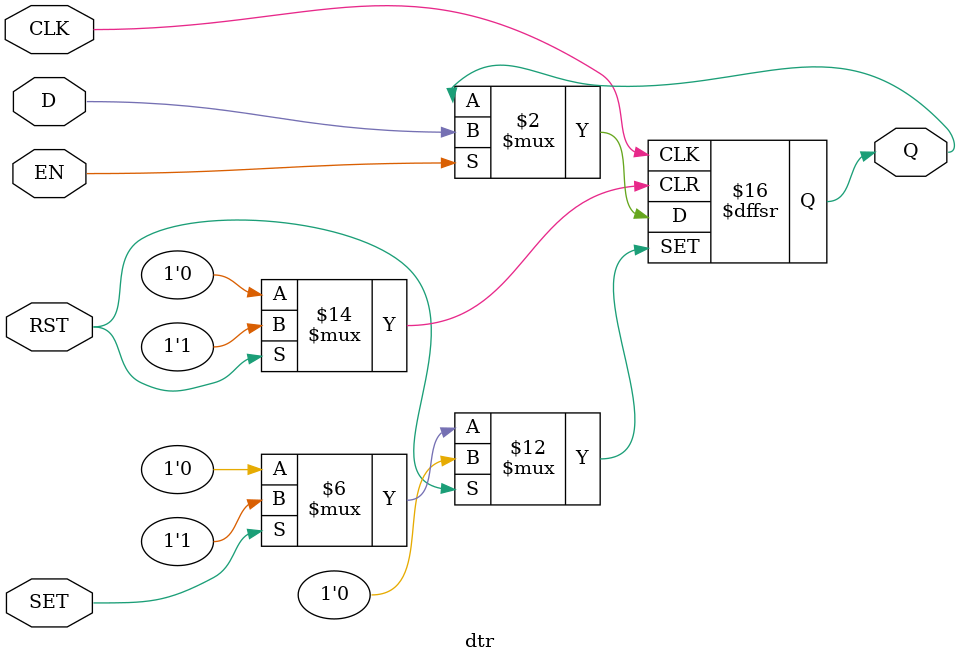
<source format=v>
module dtr(
    input CLK,
    input D,
    input RST,
    input SET,
    input EN,
    output reg Q
    );
    
always @(posedge CLK, posedge RST, posedge SET) begin
    if (RST) 
        Q <= 1'b0;
    else if (SET)
        Q <= 1'b1;
    else if (EN)
        Q <= D;
end
    
endmodule

</source>
